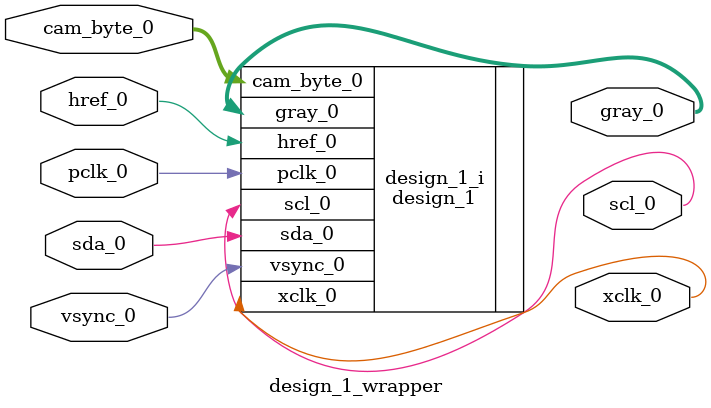
<source format=v>
`timescale 1 ps / 1 ps

module design_1_wrapper
   (cam_byte_0,
    gray_0,
    href_0,
    pclk_0,
    scl_0,
    sda_0,
    vsync_0,
    xclk_0);
  input [7:0]cam_byte_0;
  output [7:0]gray_0;
  input href_0;
  input pclk_0;
  output scl_0;
  inout sda_0;
  input vsync_0;
  output xclk_0;

  wire [7:0]cam_byte_0;
  wire [7:0]gray_0;
  wire href_0;
  wire pclk_0;
  wire scl_0;
  wire sda_0;
  wire vsync_0;
  wire xclk_0;

  design_1 design_1_i
       (.cam_byte_0(cam_byte_0),
        .gray_0(gray_0),
        .href_0(href_0),
        .pclk_0(pclk_0),
        .scl_0(scl_0),
        .sda_0(sda_0),
        .vsync_0(vsync_0),
        .xclk_0(xclk_0));
endmodule

</source>
